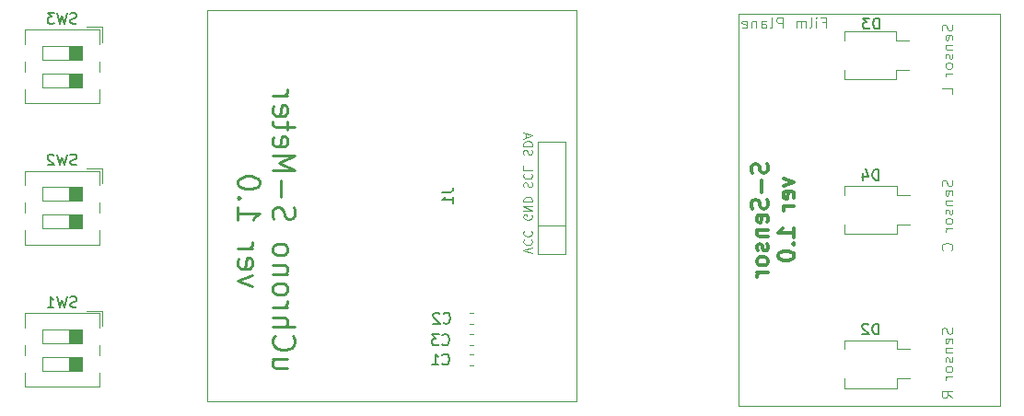
<source format=gbr>
%TF.GenerationSoftware,KiCad,Pcbnew,9.0.7*%
%TF.CreationDate,2026-01-06T11:15:33-08:00*%
%TF.ProjectId,v1.2,76312e32-2e6b-4696-9361-645f70636258,rev?*%
%TF.SameCoordinates,Original*%
%TF.FileFunction,Legend,Bot*%
%TF.FilePolarity,Positive*%
%FSLAX46Y46*%
G04 Gerber Fmt 4.6, Leading zero omitted, Abs format (unit mm)*
G04 Created by KiCad (PCBNEW 9.0.7) date 2026-01-06 11:15:33*
%MOMM*%
%LPD*%
G01*
G04 APERTURE LIST*
%ADD10C,0.100000*%
%ADD11C,0.300000*%
%ADD12C,0.250000*%
%ADD13C,0.150000*%
%ADD14C,0.120000*%
G04 APERTURE END LIST*
D10*
X131524800Y-110456265D02*
X131572419Y-110599122D01*
X131572419Y-110599122D02*
X131572419Y-110837217D01*
X131572419Y-110837217D02*
X131524800Y-110932455D01*
X131524800Y-110932455D02*
X131477180Y-110980074D01*
X131477180Y-110980074D02*
X131381942Y-111027693D01*
X131381942Y-111027693D02*
X131286704Y-111027693D01*
X131286704Y-111027693D02*
X131191466Y-110980074D01*
X131191466Y-110980074D02*
X131143847Y-110932455D01*
X131143847Y-110932455D02*
X131096228Y-110837217D01*
X131096228Y-110837217D02*
X131048609Y-110646741D01*
X131048609Y-110646741D02*
X131000990Y-110551503D01*
X131000990Y-110551503D02*
X130953371Y-110503884D01*
X130953371Y-110503884D02*
X130858133Y-110456265D01*
X130858133Y-110456265D02*
X130762895Y-110456265D01*
X130762895Y-110456265D02*
X130667657Y-110503884D01*
X130667657Y-110503884D02*
X130620038Y-110551503D01*
X130620038Y-110551503D02*
X130572419Y-110646741D01*
X130572419Y-110646741D02*
X130572419Y-110884836D01*
X130572419Y-110884836D02*
X130620038Y-111027693D01*
X131524800Y-111837217D02*
X131572419Y-111741979D01*
X131572419Y-111741979D02*
X131572419Y-111551503D01*
X131572419Y-111551503D02*
X131524800Y-111456265D01*
X131524800Y-111456265D02*
X131429561Y-111408646D01*
X131429561Y-111408646D02*
X131048609Y-111408646D01*
X131048609Y-111408646D02*
X130953371Y-111456265D01*
X130953371Y-111456265D02*
X130905752Y-111551503D01*
X130905752Y-111551503D02*
X130905752Y-111741979D01*
X130905752Y-111741979D02*
X130953371Y-111837217D01*
X130953371Y-111837217D02*
X131048609Y-111884836D01*
X131048609Y-111884836D02*
X131143847Y-111884836D01*
X131143847Y-111884836D02*
X131239085Y-111408646D01*
X130905752Y-112313408D02*
X131572419Y-112313408D01*
X131000990Y-112313408D02*
X130953371Y-112361027D01*
X130953371Y-112361027D02*
X130905752Y-112456265D01*
X130905752Y-112456265D02*
X130905752Y-112599122D01*
X130905752Y-112599122D02*
X130953371Y-112694360D01*
X130953371Y-112694360D02*
X131048609Y-112741979D01*
X131048609Y-112741979D02*
X131572419Y-112741979D01*
X131524800Y-113170551D02*
X131572419Y-113265789D01*
X131572419Y-113265789D02*
X131572419Y-113456265D01*
X131572419Y-113456265D02*
X131524800Y-113551503D01*
X131524800Y-113551503D02*
X131429561Y-113599122D01*
X131429561Y-113599122D02*
X131381942Y-113599122D01*
X131381942Y-113599122D02*
X131286704Y-113551503D01*
X131286704Y-113551503D02*
X131239085Y-113456265D01*
X131239085Y-113456265D02*
X131239085Y-113313408D01*
X131239085Y-113313408D02*
X131191466Y-113218170D01*
X131191466Y-113218170D02*
X131096228Y-113170551D01*
X131096228Y-113170551D02*
X131048609Y-113170551D01*
X131048609Y-113170551D02*
X130953371Y-113218170D01*
X130953371Y-113218170D02*
X130905752Y-113313408D01*
X130905752Y-113313408D02*
X130905752Y-113456265D01*
X130905752Y-113456265D02*
X130953371Y-113551503D01*
X131572419Y-114170551D02*
X131524800Y-114075313D01*
X131524800Y-114075313D02*
X131477180Y-114027694D01*
X131477180Y-114027694D02*
X131381942Y-113980075D01*
X131381942Y-113980075D02*
X131096228Y-113980075D01*
X131096228Y-113980075D02*
X131000990Y-114027694D01*
X131000990Y-114027694D02*
X130953371Y-114075313D01*
X130953371Y-114075313D02*
X130905752Y-114170551D01*
X130905752Y-114170551D02*
X130905752Y-114313408D01*
X130905752Y-114313408D02*
X130953371Y-114408646D01*
X130953371Y-114408646D02*
X131000990Y-114456265D01*
X131000990Y-114456265D02*
X131096228Y-114503884D01*
X131096228Y-114503884D02*
X131381942Y-114503884D01*
X131381942Y-114503884D02*
X131477180Y-114456265D01*
X131477180Y-114456265D02*
X131524800Y-114408646D01*
X131524800Y-114408646D02*
X131572419Y-114313408D01*
X131572419Y-114313408D02*
X131572419Y-114170551D01*
X131572419Y-114932456D02*
X130905752Y-114932456D01*
X131096228Y-114932456D02*
X131000990Y-114980075D01*
X131000990Y-114980075D02*
X130953371Y-115027694D01*
X130953371Y-115027694D02*
X130905752Y-115122932D01*
X130905752Y-115122932D02*
X130905752Y-115218170D01*
X131572419Y-116789599D02*
X131572419Y-116313409D01*
X131572419Y-116313409D02*
X130572419Y-116313409D01*
X131524800Y-138356265D02*
X131572419Y-138499122D01*
X131572419Y-138499122D02*
X131572419Y-138737217D01*
X131572419Y-138737217D02*
X131524800Y-138832455D01*
X131524800Y-138832455D02*
X131477180Y-138880074D01*
X131477180Y-138880074D02*
X131381942Y-138927693D01*
X131381942Y-138927693D02*
X131286704Y-138927693D01*
X131286704Y-138927693D02*
X131191466Y-138880074D01*
X131191466Y-138880074D02*
X131143847Y-138832455D01*
X131143847Y-138832455D02*
X131096228Y-138737217D01*
X131096228Y-138737217D02*
X131048609Y-138546741D01*
X131048609Y-138546741D02*
X131000990Y-138451503D01*
X131000990Y-138451503D02*
X130953371Y-138403884D01*
X130953371Y-138403884D02*
X130858133Y-138356265D01*
X130858133Y-138356265D02*
X130762895Y-138356265D01*
X130762895Y-138356265D02*
X130667657Y-138403884D01*
X130667657Y-138403884D02*
X130620038Y-138451503D01*
X130620038Y-138451503D02*
X130572419Y-138546741D01*
X130572419Y-138546741D02*
X130572419Y-138784836D01*
X130572419Y-138784836D02*
X130620038Y-138927693D01*
X131524800Y-139737217D02*
X131572419Y-139641979D01*
X131572419Y-139641979D02*
X131572419Y-139451503D01*
X131572419Y-139451503D02*
X131524800Y-139356265D01*
X131524800Y-139356265D02*
X131429561Y-139308646D01*
X131429561Y-139308646D02*
X131048609Y-139308646D01*
X131048609Y-139308646D02*
X130953371Y-139356265D01*
X130953371Y-139356265D02*
X130905752Y-139451503D01*
X130905752Y-139451503D02*
X130905752Y-139641979D01*
X130905752Y-139641979D02*
X130953371Y-139737217D01*
X130953371Y-139737217D02*
X131048609Y-139784836D01*
X131048609Y-139784836D02*
X131143847Y-139784836D01*
X131143847Y-139784836D02*
X131239085Y-139308646D01*
X130905752Y-140213408D02*
X131572419Y-140213408D01*
X131000990Y-140213408D02*
X130953371Y-140261027D01*
X130953371Y-140261027D02*
X130905752Y-140356265D01*
X130905752Y-140356265D02*
X130905752Y-140499122D01*
X130905752Y-140499122D02*
X130953371Y-140594360D01*
X130953371Y-140594360D02*
X131048609Y-140641979D01*
X131048609Y-140641979D02*
X131572419Y-140641979D01*
X131524800Y-141070551D02*
X131572419Y-141165789D01*
X131572419Y-141165789D02*
X131572419Y-141356265D01*
X131572419Y-141356265D02*
X131524800Y-141451503D01*
X131524800Y-141451503D02*
X131429561Y-141499122D01*
X131429561Y-141499122D02*
X131381942Y-141499122D01*
X131381942Y-141499122D02*
X131286704Y-141451503D01*
X131286704Y-141451503D02*
X131239085Y-141356265D01*
X131239085Y-141356265D02*
X131239085Y-141213408D01*
X131239085Y-141213408D02*
X131191466Y-141118170D01*
X131191466Y-141118170D02*
X131096228Y-141070551D01*
X131096228Y-141070551D02*
X131048609Y-141070551D01*
X131048609Y-141070551D02*
X130953371Y-141118170D01*
X130953371Y-141118170D02*
X130905752Y-141213408D01*
X130905752Y-141213408D02*
X130905752Y-141356265D01*
X130905752Y-141356265D02*
X130953371Y-141451503D01*
X131572419Y-142070551D02*
X131524800Y-141975313D01*
X131524800Y-141975313D02*
X131477180Y-141927694D01*
X131477180Y-141927694D02*
X131381942Y-141880075D01*
X131381942Y-141880075D02*
X131096228Y-141880075D01*
X131096228Y-141880075D02*
X131000990Y-141927694D01*
X131000990Y-141927694D02*
X130953371Y-141975313D01*
X130953371Y-141975313D02*
X130905752Y-142070551D01*
X130905752Y-142070551D02*
X130905752Y-142213408D01*
X130905752Y-142213408D02*
X130953371Y-142308646D01*
X130953371Y-142308646D02*
X131000990Y-142356265D01*
X131000990Y-142356265D02*
X131096228Y-142403884D01*
X131096228Y-142403884D02*
X131381942Y-142403884D01*
X131381942Y-142403884D02*
X131477180Y-142356265D01*
X131477180Y-142356265D02*
X131524800Y-142308646D01*
X131524800Y-142308646D02*
X131572419Y-142213408D01*
X131572419Y-142213408D02*
X131572419Y-142070551D01*
X131572419Y-142832456D02*
X130905752Y-142832456D01*
X131096228Y-142832456D02*
X131000990Y-142880075D01*
X131000990Y-142880075D02*
X130953371Y-142927694D01*
X130953371Y-142927694D02*
X130905752Y-143022932D01*
X130905752Y-143022932D02*
X130905752Y-143118170D01*
X131572419Y-144784837D02*
X131096228Y-144451504D01*
X131572419Y-144213409D02*
X130572419Y-144213409D01*
X130572419Y-144213409D02*
X130572419Y-144594361D01*
X130572419Y-144594361D02*
X130620038Y-144689599D01*
X130620038Y-144689599D02*
X130667657Y-144737218D01*
X130667657Y-144737218D02*
X130762895Y-144784837D01*
X130762895Y-144784837D02*
X130905752Y-144784837D01*
X130905752Y-144784837D02*
X131000990Y-144737218D01*
X131000990Y-144737218D02*
X131048609Y-144689599D01*
X131048609Y-144689599D02*
X131096228Y-144594361D01*
X131096228Y-144594361D02*
X131096228Y-144213409D01*
X131524800Y-124756265D02*
X131572419Y-124899122D01*
X131572419Y-124899122D02*
X131572419Y-125137217D01*
X131572419Y-125137217D02*
X131524800Y-125232455D01*
X131524800Y-125232455D02*
X131477180Y-125280074D01*
X131477180Y-125280074D02*
X131381942Y-125327693D01*
X131381942Y-125327693D02*
X131286704Y-125327693D01*
X131286704Y-125327693D02*
X131191466Y-125280074D01*
X131191466Y-125280074D02*
X131143847Y-125232455D01*
X131143847Y-125232455D02*
X131096228Y-125137217D01*
X131096228Y-125137217D02*
X131048609Y-124946741D01*
X131048609Y-124946741D02*
X131000990Y-124851503D01*
X131000990Y-124851503D02*
X130953371Y-124803884D01*
X130953371Y-124803884D02*
X130858133Y-124756265D01*
X130858133Y-124756265D02*
X130762895Y-124756265D01*
X130762895Y-124756265D02*
X130667657Y-124803884D01*
X130667657Y-124803884D02*
X130620038Y-124851503D01*
X130620038Y-124851503D02*
X130572419Y-124946741D01*
X130572419Y-124946741D02*
X130572419Y-125184836D01*
X130572419Y-125184836D02*
X130620038Y-125327693D01*
X131524800Y-126137217D02*
X131572419Y-126041979D01*
X131572419Y-126041979D02*
X131572419Y-125851503D01*
X131572419Y-125851503D02*
X131524800Y-125756265D01*
X131524800Y-125756265D02*
X131429561Y-125708646D01*
X131429561Y-125708646D02*
X131048609Y-125708646D01*
X131048609Y-125708646D02*
X130953371Y-125756265D01*
X130953371Y-125756265D02*
X130905752Y-125851503D01*
X130905752Y-125851503D02*
X130905752Y-126041979D01*
X130905752Y-126041979D02*
X130953371Y-126137217D01*
X130953371Y-126137217D02*
X131048609Y-126184836D01*
X131048609Y-126184836D02*
X131143847Y-126184836D01*
X131143847Y-126184836D02*
X131239085Y-125708646D01*
X130905752Y-126613408D02*
X131572419Y-126613408D01*
X131000990Y-126613408D02*
X130953371Y-126661027D01*
X130953371Y-126661027D02*
X130905752Y-126756265D01*
X130905752Y-126756265D02*
X130905752Y-126899122D01*
X130905752Y-126899122D02*
X130953371Y-126994360D01*
X130953371Y-126994360D02*
X131048609Y-127041979D01*
X131048609Y-127041979D02*
X131572419Y-127041979D01*
X131524800Y-127470551D02*
X131572419Y-127565789D01*
X131572419Y-127565789D02*
X131572419Y-127756265D01*
X131572419Y-127756265D02*
X131524800Y-127851503D01*
X131524800Y-127851503D02*
X131429561Y-127899122D01*
X131429561Y-127899122D02*
X131381942Y-127899122D01*
X131381942Y-127899122D02*
X131286704Y-127851503D01*
X131286704Y-127851503D02*
X131239085Y-127756265D01*
X131239085Y-127756265D02*
X131239085Y-127613408D01*
X131239085Y-127613408D02*
X131191466Y-127518170D01*
X131191466Y-127518170D02*
X131096228Y-127470551D01*
X131096228Y-127470551D02*
X131048609Y-127470551D01*
X131048609Y-127470551D02*
X130953371Y-127518170D01*
X130953371Y-127518170D02*
X130905752Y-127613408D01*
X130905752Y-127613408D02*
X130905752Y-127756265D01*
X130905752Y-127756265D02*
X130953371Y-127851503D01*
X131572419Y-128470551D02*
X131524800Y-128375313D01*
X131524800Y-128375313D02*
X131477180Y-128327694D01*
X131477180Y-128327694D02*
X131381942Y-128280075D01*
X131381942Y-128280075D02*
X131096228Y-128280075D01*
X131096228Y-128280075D02*
X131000990Y-128327694D01*
X131000990Y-128327694D02*
X130953371Y-128375313D01*
X130953371Y-128375313D02*
X130905752Y-128470551D01*
X130905752Y-128470551D02*
X130905752Y-128613408D01*
X130905752Y-128613408D02*
X130953371Y-128708646D01*
X130953371Y-128708646D02*
X131000990Y-128756265D01*
X131000990Y-128756265D02*
X131096228Y-128803884D01*
X131096228Y-128803884D02*
X131381942Y-128803884D01*
X131381942Y-128803884D02*
X131477180Y-128756265D01*
X131477180Y-128756265D02*
X131524800Y-128708646D01*
X131524800Y-128708646D02*
X131572419Y-128613408D01*
X131572419Y-128613408D02*
X131572419Y-128470551D01*
X131572419Y-129232456D02*
X130905752Y-129232456D01*
X131096228Y-129232456D02*
X131000990Y-129280075D01*
X131000990Y-129280075D02*
X130953371Y-129327694D01*
X130953371Y-129327694D02*
X130905752Y-129422932D01*
X130905752Y-129422932D02*
X130905752Y-129518170D01*
X131477180Y-131184837D02*
X131524800Y-131137218D01*
X131524800Y-131137218D02*
X131572419Y-130994361D01*
X131572419Y-130994361D02*
X131572419Y-130899123D01*
X131572419Y-130899123D02*
X131524800Y-130756266D01*
X131524800Y-130756266D02*
X131429561Y-130661028D01*
X131429561Y-130661028D02*
X131334323Y-130613409D01*
X131334323Y-130613409D02*
X131143847Y-130565790D01*
X131143847Y-130565790D02*
X131000990Y-130565790D01*
X131000990Y-130565790D02*
X130810514Y-130613409D01*
X130810514Y-130613409D02*
X130715276Y-130661028D01*
X130715276Y-130661028D02*
X130620038Y-130756266D01*
X130620038Y-130756266D02*
X130572419Y-130899123D01*
X130572419Y-130899123D02*
X130572419Y-130994361D01*
X130572419Y-130994361D02*
X130620038Y-131137218D01*
X130620038Y-131137218D02*
X130667657Y-131184837D01*
X119562782Y-110248609D02*
X119896115Y-110248609D01*
X119896115Y-110772419D02*
X119896115Y-109772419D01*
X119896115Y-109772419D02*
X119419925Y-109772419D01*
X119038972Y-110772419D02*
X119038972Y-110105752D01*
X119038972Y-109772419D02*
X119086591Y-109820038D01*
X119086591Y-109820038D02*
X119038972Y-109867657D01*
X119038972Y-109867657D02*
X118991353Y-109820038D01*
X118991353Y-109820038D02*
X119038972Y-109772419D01*
X119038972Y-109772419D02*
X119038972Y-109867657D01*
X118419925Y-110772419D02*
X118515163Y-110724800D01*
X118515163Y-110724800D02*
X118562782Y-110629561D01*
X118562782Y-110629561D02*
X118562782Y-109772419D01*
X118038972Y-110772419D02*
X118038972Y-110105752D01*
X118038972Y-110200990D02*
X117991353Y-110153371D01*
X117991353Y-110153371D02*
X117896115Y-110105752D01*
X117896115Y-110105752D02*
X117753258Y-110105752D01*
X117753258Y-110105752D02*
X117658020Y-110153371D01*
X117658020Y-110153371D02*
X117610401Y-110248609D01*
X117610401Y-110248609D02*
X117610401Y-110772419D01*
X117610401Y-110248609D02*
X117562782Y-110153371D01*
X117562782Y-110153371D02*
X117467544Y-110105752D01*
X117467544Y-110105752D02*
X117324687Y-110105752D01*
X117324687Y-110105752D02*
X117229448Y-110153371D01*
X117229448Y-110153371D02*
X117181829Y-110248609D01*
X117181829Y-110248609D02*
X117181829Y-110772419D01*
X115943734Y-110772419D02*
X115943734Y-109772419D01*
X115943734Y-109772419D02*
X115562782Y-109772419D01*
X115562782Y-109772419D02*
X115467544Y-109820038D01*
X115467544Y-109820038D02*
X115419925Y-109867657D01*
X115419925Y-109867657D02*
X115372306Y-109962895D01*
X115372306Y-109962895D02*
X115372306Y-110105752D01*
X115372306Y-110105752D02*
X115419925Y-110200990D01*
X115419925Y-110200990D02*
X115467544Y-110248609D01*
X115467544Y-110248609D02*
X115562782Y-110296228D01*
X115562782Y-110296228D02*
X115943734Y-110296228D01*
X114800877Y-110772419D02*
X114896115Y-110724800D01*
X114896115Y-110724800D02*
X114943734Y-110629561D01*
X114943734Y-110629561D02*
X114943734Y-109772419D01*
X113991353Y-110772419D02*
X113991353Y-110248609D01*
X113991353Y-110248609D02*
X114038972Y-110153371D01*
X114038972Y-110153371D02*
X114134210Y-110105752D01*
X114134210Y-110105752D02*
X114324686Y-110105752D01*
X114324686Y-110105752D02*
X114419924Y-110153371D01*
X113991353Y-110724800D02*
X114086591Y-110772419D01*
X114086591Y-110772419D02*
X114324686Y-110772419D01*
X114324686Y-110772419D02*
X114419924Y-110724800D01*
X114419924Y-110724800D02*
X114467543Y-110629561D01*
X114467543Y-110629561D02*
X114467543Y-110534323D01*
X114467543Y-110534323D02*
X114419924Y-110439085D01*
X114419924Y-110439085D02*
X114324686Y-110391466D01*
X114324686Y-110391466D02*
X114086591Y-110391466D01*
X114086591Y-110391466D02*
X113991353Y-110343847D01*
X113515162Y-110105752D02*
X113515162Y-110772419D01*
X113515162Y-110200990D02*
X113467543Y-110153371D01*
X113467543Y-110153371D02*
X113372305Y-110105752D01*
X113372305Y-110105752D02*
X113229448Y-110105752D01*
X113229448Y-110105752D02*
X113134210Y-110153371D01*
X113134210Y-110153371D02*
X113086591Y-110248609D01*
X113086591Y-110248609D02*
X113086591Y-110772419D01*
X112229448Y-110724800D02*
X112324686Y-110772419D01*
X112324686Y-110772419D02*
X112515162Y-110772419D01*
X112515162Y-110772419D02*
X112610400Y-110724800D01*
X112610400Y-110724800D02*
X112658019Y-110629561D01*
X112658019Y-110629561D02*
X112658019Y-110248609D01*
X112658019Y-110248609D02*
X112610400Y-110153371D01*
X112610400Y-110153371D02*
X112515162Y-110105752D01*
X112515162Y-110105752D02*
X112324686Y-110105752D01*
X112324686Y-110105752D02*
X112229448Y-110153371D01*
X112229448Y-110153371D02*
X112181829Y-110248609D01*
X112181829Y-110248609D02*
X112181829Y-110343847D01*
X112181829Y-110343847D02*
X112658019Y-110439085D01*
D11*
X114514484Y-123257143D02*
X114585912Y-123471429D01*
X114585912Y-123471429D02*
X114585912Y-123828571D01*
X114585912Y-123828571D02*
X114514484Y-123971429D01*
X114514484Y-123971429D02*
X114443055Y-124042857D01*
X114443055Y-124042857D02*
X114300198Y-124114286D01*
X114300198Y-124114286D02*
X114157341Y-124114286D01*
X114157341Y-124114286D02*
X114014484Y-124042857D01*
X114014484Y-124042857D02*
X113943055Y-123971429D01*
X113943055Y-123971429D02*
X113871626Y-123828571D01*
X113871626Y-123828571D02*
X113800198Y-123542857D01*
X113800198Y-123542857D02*
X113728769Y-123400000D01*
X113728769Y-123400000D02*
X113657341Y-123328571D01*
X113657341Y-123328571D02*
X113514484Y-123257143D01*
X113514484Y-123257143D02*
X113371626Y-123257143D01*
X113371626Y-123257143D02*
X113228769Y-123328571D01*
X113228769Y-123328571D02*
X113157341Y-123400000D01*
X113157341Y-123400000D02*
X113085912Y-123542857D01*
X113085912Y-123542857D02*
X113085912Y-123900000D01*
X113085912Y-123900000D02*
X113157341Y-124114286D01*
X114014484Y-124757142D02*
X114014484Y-125900000D01*
X114514484Y-126542857D02*
X114585912Y-126757143D01*
X114585912Y-126757143D02*
X114585912Y-127114285D01*
X114585912Y-127114285D02*
X114514484Y-127257143D01*
X114514484Y-127257143D02*
X114443055Y-127328571D01*
X114443055Y-127328571D02*
X114300198Y-127400000D01*
X114300198Y-127400000D02*
X114157341Y-127400000D01*
X114157341Y-127400000D02*
X114014484Y-127328571D01*
X114014484Y-127328571D02*
X113943055Y-127257143D01*
X113943055Y-127257143D02*
X113871626Y-127114285D01*
X113871626Y-127114285D02*
X113800198Y-126828571D01*
X113800198Y-126828571D02*
X113728769Y-126685714D01*
X113728769Y-126685714D02*
X113657341Y-126614285D01*
X113657341Y-126614285D02*
X113514484Y-126542857D01*
X113514484Y-126542857D02*
X113371626Y-126542857D01*
X113371626Y-126542857D02*
X113228769Y-126614285D01*
X113228769Y-126614285D02*
X113157341Y-126685714D01*
X113157341Y-126685714D02*
X113085912Y-126828571D01*
X113085912Y-126828571D02*
X113085912Y-127185714D01*
X113085912Y-127185714D02*
X113157341Y-127400000D01*
X114514484Y-128614285D02*
X114585912Y-128471428D01*
X114585912Y-128471428D02*
X114585912Y-128185714D01*
X114585912Y-128185714D02*
X114514484Y-128042856D01*
X114514484Y-128042856D02*
X114371626Y-127971428D01*
X114371626Y-127971428D02*
X113800198Y-127971428D01*
X113800198Y-127971428D02*
X113657341Y-128042856D01*
X113657341Y-128042856D02*
X113585912Y-128185714D01*
X113585912Y-128185714D02*
X113585912Y-128471428D01*
X113585912Y-128471428D02*
X113657341Y-128614285D01*
X113657341Y-128614285D02*
X113800198Y-128685714D01*
X113800198Y-128685714D02*
X113943055Y-128685714D01*
X113943055Y-128685714D02*
X114085912Y-127971428D01*
X113585912Y-129328570D02*
X114585912Y-129328570D01*
X113728769Y-129328570D02*
X113657341Y-129399999D01*
X113657341Y-129399999D02*
X113585912Y-129542856D01*
X113585912Y-129542856D02*
X113585912Y-129757142D01*
X113585912Y-129757142D02*
X113657341Y-129899999D01*
X113657341Y-129899999D02*
X113800198Y-129971428D01*
X113800198Y-129971428D02*
X114585912Y-129971428D01*
X114514484Y-130614285D02*
X114585912Y-130757142D01*
X114585912Y-130757142D02*
X114585912Y-131042856D01*
X114585912Y-131042856D02*
X114514484Y-131185713D01*
X114514484Y-131185713D02*
X114371626Y-131257142D01*
X114371626Y-131257142D02*
X114300198Y-131257142D01*
X114300198Y-131257142D02*
X114157341Y-131185713D01*
X114157341Y-131185713D02*
X114085912Y-131042856D01*
X114085912Y-131042856D02*
X114085912Y-130828571D01*
X114085912Y-130828571D02*
X114014484Y-130685713D01*
X114014484Y-130685713D02*
X113871626Y-130614285D01*
X113871626Y-130614285D02*
X113800198Y-130614285D01*
X113800198Y-130614285D02*
X113657341Y-130685713D01*
X113657341Y-130685713D02*
X113585912Y-130828571D01*
X113585912Y-130828571D02*
X113585912Y-131042856D01*
X113585912Y-131042856D02*
X113657341Y-131185713D01*
X114585912Y-132114285D02*
X114514484Y-131971428D01*
X114514484Y-131971428D02*
X114443055Y-131899999D01*
X114443055Y-131899999D02*
X114300198Y-131828571D01*
X114300198Y-131828571D02*
X113871626Y-131828571D01*
X113871626Y-131828571D02*
X113728769Y-131899999D01*
X113728769Y-131899999D02*
X113657341Y-131971428D01*
X113657341Y-131971428D02*
X113585912Y-132114285D01*
X113585912Y-132114285D02*
X113585912Y-132328571D01*
X113585912Y-132328571D02*
X113657341Y-132471428D01*
X113657341Y-132471428D02*
X113728769Y-132542857D01*
X113728769Y-132542857D02*
X113871626Y-132614285D01*
X113871626Y-132614285D02*
X114300198Y-132614285D01*
X114300198Y-132614285D02*
X114443055Y-132542857D01*
X114443055Y-132542857D02*
X114514484Y-132471428D01*
X114514484Y-132471428D02*
X114585912Y-132328571D01*
X114585912Y-132328571D02*
X114585912Y-132114285D01*
X114585912Y-133257142D02*
X113585912Y-133257142D01*
X113871626Y-133257142D02*
X113728769Y-133328571D01*
X113728769Y-133328571D02*
X113657341Y-133400000D01*
X113657341Y-133400000D02*
X113585912Y-133542857D01*
X113585912Y-133542857D02*
X113585912Y-133685714D01*
X116000828Y-124578572D02*
X117000828Y-124935715D01*
X117000828Y-124935715D02*
X116000828Y-125292858D01*
X116929400Y-126435715D02*
X117000828Y-126292858D01*
X117000828Y-126292858D02*
X117000828Y-126007144D01*
X117000828Y-126007144D02*
X116929400Y-125864286D01*
X116929400Y-125864286D02*
X116786542Y-125792858D01*
X116786542Y-125792858D02*
X116215114Y-125792858D01*
X116215114Y-125792858D02*
X116072257Y-125864286D01*
X116072257Y-125864286D02*
X116000828Y-126007144D01*
X116000828Y-126007144D02*
X116000828Y-126292858D01*
X116000828Y-126292858D02*
X116072257Y-126435715D01*
X116072257Y-126435715D02*
X116215114Y-126507144D01*
X116215114Y-126507144D02*
X116357971Y-126507144D01*
X116357971Y-126507144D02*
X116500828Y-125792858D01*
X117000828Y-127150000D02*
X116000828Y-127150000D01*
X116286542Y-127150000D02*
X116143685Y-127221429D01*
X116143685Y-127221429D02*
X116072257Y-127292858D01*
X116072257Y-127292858D02*
X116000828Y-127435715D01*
X116000828Y-127435715D02*
X116000828Y-127578572D01*
X117000828Y-130007143D02*
X117000828Y-129150000D01*
X117000828Y-129578571D02*
X115500828Y-129578571D01*
X115500828Y-129578571D02*
X115715114Y-129435714D01*
X115715114Y-129435714D02*
X115857971Y-129292857D01*
X115857971Y-129292857D02*
X115929400Y-129150000D01*
X116857971Y-130649999D02*
X116929400Y-130721428D01*
X116929400Y-130721428D02*
X117000828Y-130649999D01*
X117000828Y-130649999D02*
X116929400Y-130578571D01*
X116929400Y-130578571D02*
X116857971Y-130649999D01*
X116857971Y-130649999D02*
X117000828Y-130649999D01*
X115500828Y-131650000D02*
X115500828Y-131792857D01*
X115500828Y-131792857D02*
X115572257Y-131935714D01*
X115572257Y-131935714D02*
X115643685Y-132007143D01*
X115643685Y-132007143D02*
X115786542Y-132078571D01*
X115786542Y-132078571D02*
X116072257Y-132150000D01*
X116072257Y-132150000D02*
X116429400Y-132150000D01*
X116429400Y-132150000D02*
X116715114Y-132078571D01*
X116715114Y-132078571D02*
X116857971Y-132007143D01*
X116857971Y-132007143D02*
X116929400Y-131935714D01*
X116929400Y-131935714D02*
X117000828Y-131792857D01*
X117000828Y-131792857D02*
X117000828Y-131650000D01*
X117000828Y-131650000D02*
X116929400Y-131507143D01*
X116929400Y-131507143D02*
X116857971Y-131435714D01*
X116857971Y-131435714D02*
X116715114Y-131364285D01*
X116715114Y-131364285D02*
X116429400Y-131292857D01*
X116429400Y-131292857D02*
X116072257Y-131292857D01*
X116072257Y-131292857D02*
X115786542Y-131364285D01*
X115786542Y-131364285D02*
X115643685Y-131435714D01*
X115643685Y-131435714D02*
X115572257Y-131507143D01*
X115572257Y-131507143D02*
X115500828Y-131650000D01*
D12*
X70410983Y-141209523D02*
X69077649Y-141209523D01*
X70410983Y-142066666D02*
X69363364Y-142066666D01*
X69363364Y-142066666D02*
X69172888Y-141971428D01*
X69172888Y-141971428D02*
X69077649Y-141780952D01*
X69077649Y-141780952D02*
X69077649Y-141495237D01*
X69077649Y-141495237D02*
X69172888Y-141304761D01*
X69172888Y-141304761D02*
X69268126Y-141209523D01*
X69268126Y-139114285D02*
X69172888Y-139209523D01*
X69172888Y-139209523D02*
X69077649Y-139495237D01*
X69077649Y-139495237D02*
X69077649Y-139685713D01*
X69077649Y-139685713D02*
X69172888Y-139971428D01*
X69172888Y-139971428D02*
X69363364Y-140161904D01*
X69363364Y-140161904D02*
X69553840Y-140257142D01*
X69553840Y-140257142D02*
X69934792Y-140352380D01*
X69934792Y-140352380D02*
X70220507Y-140352380D01*
X70220507Y-140352380D02*
X70601459Y-140257142D01*
X70601459Y-140257142D02*
X70791935Y-140161904D01*
X70791935Y-140161904D02*
X70982411Y-139971428D01*
X70982411Y-139971428D02*
X71077649Y-139685713D01*
X71077649Y-139685713D02*
X71077649Y-139495237D01*
X71077649Y-139495237D02*
X70982411Y-139209523D01*
X70982411Y-139209523D02*
X70887173Y-139114285D01*
X69077649Y-138257142D02*
X71077649Y-138257142D01*
X69077649Y-137399999D02*
X70125268Y-137399999D01*
X70125268Y-137399999D02*
X70315745Y-137495237D01*
X70315745Y-137495237D02*
X70410983Y-137685713D01*
X70410983Y-137685713D02*
X70410983Y-137971428D01*
X70410983Y-137971428D02*
X70315745Y-138161904D01*
X70315745Y-138161904D02*
X70220507Y-138257142D01*
X69077649Y-136447618D02*
X70410983Y-136447618D01*
X70030030Y-136447618D02*
X70220507Y-136352380D01*
X70220507Y-136352380D02*
X70315745Y-136257142D01*
X70315745Y-136257142D02*
X70410983Y-136066666D01*
X70410983Y-136066666D02*
X70410983Y-135876189D01*
X69077649Y-134923809D02*
X69172888Y-135114285D01*
X69172888Y-135114285D02*
X69268126Y-135209523D01*
X69268126Y-135209523D02*
X69458602Y-135304761D01*
X69458602Y-135304761D02*
X70030030Y-135304761D01*
X70030030Y-135304761D02*
X70220507Y-135209523D01*
X70220507Y-135209523D02*
X70315745Y-135114285D01*
X70315745Y-135114285D02*
X70410983Y-134923809D01*
X70410983Y-134923809D02*
X70410983Y-134638094D01*
X70410983Y-134638094D02*
X70315745Y-134447618D01*
X70315745Y-134447618D02*
X70220507Y-134352380D01*
X70220507Y-134352380D02*
X70030030Y-134257142D01*
X70030030Y-134257142D02*
X69458602Y-134257142D01*
X69458602Y-134257142D02*
X69268126Y-134352380D01*
X69268126Y-134352380D02*
X69172888Y-134447618D01*
X69172888Y-134447618D02*
X69077649Y-134638094D01*
X69077649Y-134638094D02*
X69077649Y-134923809D01*
X70410983Y-133399999D02*
X69077649Y-133399999D01*
X70220507Y-133399999D02*
X70315745Y-133304761D01*
X70315745Y-133304761D02*
X70410983Y-133114285D01*
X70410983Y-133114285D02*
X70410983Y-132828570D01*
X70410983Y-132828570D02*
X70315745Y-132638094D01*
X70315745Y-132638094D02*
X70125268Y-132542856D01*
X70125268Y-132542856D02*
X69077649Y-132542856D01*
X69077649Y-131304761D02*
X69172888Y-131495237D01*
X69172888Y-131495237D02*
X69268126Y-131590475D01*
X69268126Y-131590475D02*
X69458602Y-131685713D01*
X69458602Y-131685713D02*
X70030030Y-131685713D01*
X70030030Y-131685713D02*
X70220507Y-131590475D01*
X70220507Y-131590475D02*
X70315745Y-131495237D01*
X70315745Y-131495237D02*
X70410983Y-131304761D01*
X70410983Y-131304761D02*
X70410983Y-131019046D01*
X70410983Y-131019046D02*
X70315745Y-130828570D01*
X70315745Y-130828570D02*
X70220507Y-130733332D01*
X70220507Y-130733332D02*
X70030030Y-130638094D01*
X70030030Y-130638094D02*
X69458602Y-130638094D01*
X69458602Y-130638094D02*
X69268126Y-130733332D01*
X69268126Y-130733332D02*
X69172888Y-130828570D01*
X69172888Y-130828570D02*
X69077649Y-131019046D01*
X69077649Y-131019046D02*
X69077649Y-131304761D01*
X69172888Y-128352379D02*
X69077649Y-128066665D01*
X69077649Y-128066665D02*
X69077649Y-127590474D01*
X69077649Y-127590474D02*
X69172888Y-127399998D01*
X69172888Y-127399998D02*
X69268126Y-127304760D01*
X69268126Y-127304760D02*
X69458602Y-127209522D01*
X69458602Y-127209522D02*
X69649078Y-127209522D01*
X69649078Y-127209522D02*
X69839554Y-127304760D01*
X69839554Y-127304760D02*
X69934792Y-127399998D01*
X69934792Y-127399998D02*
X70030030Y-127590474D01*
X70030030Y-127590474D02*
X70125268Y-127971427D01*
X70125268Y-127971427D02*
X70220507Y-128161903D01*
X70220507Y-128161903D02*
X70315745Y-128257141D01*
X70315745Y-128257141D02*
X70506221Y-128352379D01*
X70506221Y-128352379D02*
X70696697Y-128352379D01*
X70696697Y-128352379D02*
X70887173Y-128257141D01*
X70887173Y-128257141D02*
X70982411Y-128161903D01*
X70982411Y-128161903D02*
X71077649Y-127971427D01*
X71077649Y-127971427D02*
X71077649Y-127495236D01*
X71077649Y-127495236D02*
X70982411Y-127209522D01*
X69839554Y-126352379D02*
X69839554Y-124828570D01*
X69077649Y-123876189D02*
X71077649Y-123876189D01*
X71077649Y-123876189D02*
X69649078Y-123209522D01*
X69649078Y-123209522D02*
X71077649Y-122542856D01*
X71077649Y-122542856D02*
X69077649Y-122542856D01*
X69172888Y-120828570D02*
X69077649Y-121019046D01*
X69077649Y-121019046D02*
X69077649Y-121399999D01*
X69077649Y-121399999D02*
X69172888Y-121590475D01*
X69172888Y-121590475D02*
X69363364Y-121685713D01*
X69363364Y-121685713D02*
X70125268Y-121685713D01*
X70125268Y-121685713D02*
X70315745Y-121590475D01*
X70315745Y-121590475D02*
X70410983Y-121399999D01*
X70410983Y-121399999D02*
X70410983Y-121019046D01*
X70410983Y-121019046D02*
X70315745Y-120828570D01*
X70315745Y-120828570D02*
X70125268Y-120733332D01*
X70125268Y-120733332D02*
X69934792Y-120733332D01*
X69934792Y-120733332D02*
X69744316Y-121685713D01*
X70410983Y-120161903D02*
X70410983Y-119399999D01*
X71077649Y-119876189D02*
X69363364Y-119876189D01*
X69363364Y-119876189D02*
X69172888Y-119780951D01*
X69172888Y-119780951D02*
X69077649Y-119590475D01*
X69077649Y-119590475D02*
X69077649Y-119399999D01*
X69172888Y-117971427D02*
X69077649Y-118161903D01*
X69077649Y-118161903D02*
X69077649Y-118542856D01*
X69077649Y-118542856D02*
X69172888Y-118733332D01*
X69172888Y-118733332D02*
X69363364Y-118828570D01*
X69363364Y-118828570D02*
X70125268Y-118828570D01*
X70125268Y-118828570D02*
X70315745Y-118733332D01*
X70315745Y-118733332D02*
X70410983Y-118542856D01*
X70410983Y-118542856D02*
X70410983Y-118161903D01*
X70410983Y-118161903D02*
X70315745Y-117971427D01*
X70315745Y-117971427D02*
X70125268Y-117876189D01*
X70125268Y-117876189D02*
X69934792Y-117876189D01*
X69934792Y-117876189D02*
X69744316Y-118828570D01*
X69077649Y-117019046D02*
X70410983Y-117019046D01*
X70030030Y-117019046D02*
X70220507Y-116923808D01*
X70220507Y-116923808D02*
X70315745Y-116828570D01*
X70315745Y-116828570D02*
X70410983Y-116638094D01*
X70410983Y-116638094D02*
X70410983Y-116447617D01*
X67191095Y-134495238D02*
X65857761Y-134019048D01*
X65857761Y-134019048D02*
X67191095Y-133542857D01*
X65953000Y-132019047D02*
X65857761Y-132209523D01*
X65857761Y-132209523D02*
X65857761Y-132590476D01*
X65857761Y-132590476D02*
X65953000Y-132780952D01*
X65953000Y-132780952D02*
X66143476Y-132876190D01*
X66143476Y-132876190D02*
X66905380Y-132876190D01*
X66905380Y-132876190D02*
X67095857Y-132780952D01*
X67095857Y-132780952D02*
X67191095Y-132590476D01*
X67191095Y-132590476D02*
X67191095Y-132209523D01*
X67191095Y-132209523D02*
X67095857Y-132019047D01*
X67095857Y-132019047D02*
X66905380Y-131923809D01*
X66905380Y-131923809D02*
X66714904Y-131923809D01*
X66714904Y-131923809D02*
X66524428Y-132876190D01*
X65857761Y-131066666D02*
X67191095Y-131066666D01*
X66810142Y-131066666D02*
X67000619Y-130971428D01*
X67000619Y-130971428D02*
X67095857Y-130876190D01*
X67095857Y-130876190D02*
X67191095Y-130685714D01*
X67191095Y-130685714D02*
X67191095Y-130495237D01*
X65857761Y-127257142D02*
X65857761Y-128399999D01*
X65857761Y-127828571D02*
X67857761Y-127828571D01*
X67857761Y-127828571D02*
X67572047Y-128019047D01*
X67572047Y-128019047D02*
X67381571Y-128209523D01*
X67381571Y-128209523D02*
X67286333Y-128399999D01*
X66048238Y-126399999D02*
X65953000Y-126304761D01*
X65953000Y-126304761D02*
X65857761Y-126399999D01*
X65857761Y-126399999D02*
X65953000Y-126495237D01*
X65953000Y-126495237D02*
X66048238Y-126399999D01*
X66048238Y-126399999D02*
X65857761Y-126399999D01*
X67857761Y-125066666D02*
X67857761Y-124876189D01*
X67857761Y-124876189D02*
X67762523Y-124685713D01*
X67762523Y-124685713D02*
X67667285Y-124590475D01*
X67667285Y-124590475D02*
X67476809Y-124495237D01*
X67476809Y-124495237D02*
X67095857Y-124399999D01*
X67095857Y-124399999D02*
X66619666Y-124399999D01*
X66619666Y-124399999D02*
X66238714Y-124495237D01*
X66238714Y-124495237D02*
X66048238Y-124590475D01*
X66048238Y-124590475D02*
X65953000Y-124685713D01*
X65953000Y-124685713D02*
X65857761Y-124876189D01*
X65857761Y-124876189D02*
X65857761Y-125066666D01*
X65857761Y-125066666D02*
X65953000Y-125257142D01*
X65953000Y-125257142D02*
X66048238Y-125352380D01*
X66048238Y-125352380D02*
X66238714Y-125447618D01*
X66238714Y-125447618D02*
X66619666Y-125542856D01*
X66619666Y-125542856D02*
X67095857Y-125542856D01*
X67095857Y-125542856D02*
X67476809Y-125447618D01*
X67476809Y-125447618D02*
X67667285Y-125352380D01*
X67667285Y-125352380D02*
X67762523Y-125257142D01*
X67762523Y-125257142D02*
X67857761Y-125066666D01*
D10*
X111900000Y-109500000D02*
X135900000Y-109500000D01*
X135900000Y-145500000D01*
X111900000Y-145500000D01*
X111900000Y-109500000D01*
D13*
X124778094Y-138954819D02*
X124778094Y-137954819D01*
X124778094Y-137954819D02*
X124539999Y-137954819D01*
X124539999Y-137954819D02*
X124397142Y-138002438D01*
X124397142Y-138002438D02*
X124301904Y-138097676D01*
X124301904Y-138097676D02*
X124254285Y-138192914D01*
X124254285Y-138192914D02*
X124206666Y-138383390D01*
X124206666Y-138383390D02*
X124206666Y-138526247D01*
X124206666Y-138526247D02*
X124254285Y-138716723D01*
X124254285Y-138716723D02*
X124301904Y-138811961D01*
X124301904Y-138811961D02*
X124397142Y-138907200D01*
X124397142Y-138907200D02*
X124539999Y-138954819D01*
X124539999Y-138954819D02*
X124778094Y-138954819D01*
X123825713Y-138050057D02*
X123778094Y-138002438D01*
X123778094Y-138002438D02*
X123682856Y-137954819D01*
X123682856Y-137954819D02*
X123444761Y-137954819D01*
X123444761Y-137954819D02*
X123349523Y-138002438D01*
X123349523Y-138002438D02*
X123301904Y-138050057D01*
X123301904Y-138050057D02*
X123254285Y-138145295D01*
X123254285Y-138145295D02*
X123254285Y-138240533D01*
X123254285Y-138240533D02*
X123301904Y-138383390D01*
X123301904Y-138383390D02*
X123873332Y-138954819D01*
X123873332Y-138954819D02*
X123254285Y-138954819D01*
X124838094Y-110854819D02*
X124838094Y-109854819D01*
X124838094Y-109854819D02*
X124599999Y-109854819D01*
X124599999Y-109854819D02*
X124457142Y-109902438D01*
X124457142Y-109902438D02*
X124361904Y-109997676D01*
X124361904Y-109997676D02*
X124314285Y-110092914D01*
X124314285Y-110092914D02*
X124266666Y-110283390D01*
X124266666Y-110283390D02*
X124266666Y-110426247D01*
X124266666Y-110426247D02*
X124314285Y-110616723D01*
X124314285Y-110616723D02*
X124361904Y-110711961D01*
X124361904Y-110711961D02*
X124457142Y-110807200D01*
X124457142Y-110807200D02*
X124599999Y-110854819D01*
X124599999Y-110854819D02*
X124838094Y-110854819D01*
X123933332Y-109854819D02*
X123314285Y-109854819D01*
X123314285Y-109854819D02*
X123647618Y-110235771D01*
X123647618Y-110235771D02*
X123504761Y-110235771D01*
X123504761Y-110235771D02*
X123409523Y-110283390D01*
X123409523Y-110283390D02*
X123361904Y-110331009D01*
X123361904Y-110331009D02*
X123314285Y-110426247D01*
X123314285Y-110426247D02*
X123314285Y-110664342D01*
X123314285Y-110664342D02*
X123361904Y-110759580D01*
X123361904Y-110759580D02*
X123409523Y-110807200D01*
X123409523Y-110807200D02*
X123504761Y-110854819D01*
X123504761Y-110854819D02*
X123790475Y-110854819D01*
X123790475Y-110854819D02*
X123885713Y-110807200D01*
X123885713Y-110807200D02*
X123933332Y-110759580D01*
X124778094Y-124754819D02*
X124778094Y-123754819D01*
X124778094Y-123754819D02*
X124539999Y-123754819D01*
X124539999Y-123754819D02*
X124397142Y-123802438D01*
X124397142Y-123802438D02*
X124301904Y-123897676D01*
X124301904Y-123897676D02*
X124254285Y-123992914D01*
X124254285Y-123992914D02*
X124206666Y-124183390D01*
X124206666Y-124183390D02*
X124206666Y-124326247D01*
X124206666Y-124326247D02*
X124254285Y-124516723D01*
X124254285Y-124516723D02*
X124301904Y-124611961D01*
X124301904Y-124611961D02*
X124397142Y-124707200D01*
X124397142Y-124707200D02*
X124539999Y-124754819D01*
X124539999Y-124754819D02*
X124778094Y-124754819D01*
X123349523Y-124088152D02*
X123349523Y-124754819D01*
X123587618Y-123707200D02*
X123825713Y-124421485D01*
X123825713Y-124421485D02*
X123206666Y-124421485D01*
X51033332Y-110327200D02*
X50890475Y-110374819D01*
X50890475Y-110374819D02*
X50652380Y-110374819D01*
X50652380Y-110374819D02*
X50557142Y-110327200D01*
X50557142Y-110327200D02*
X50509523Y-110279580D01*
X50509523Y-110279580D02*
X50461904Y-110184342D01*
X50461904Y-110184342D02*
X50461904Y-110089104D01*
X50461904Y-110089104D02*
X50509523Y-109993866D01*
X50509523Y-109993866D02*
X50557142Y-109946247D01*
X50557142Y-109946247D02*
X50652380Y-109898628D01*
X50652380Y-109898628D02*
X50842856Y-109851009D01*
X50842856Y-109851009D02*
X50938094Y-109803390D01*
X50938094Y-109803390D02*
X50985713Y-109755771D01*
X50985713Y-109755771D02*
X51033332Y-109660533D01*
X51033332Y-109660533D02*
X51033332Y-109565295D01*
X51033332Y-109565295D02*
X50985713Y-109470057D01*
X50985713Y-109470057D02*
X50938094Y-109422438D01*
X50938094Y-109422438D02*
X50842856Y-109374819D01*
X50842856Y-109374819D02*
X50604761Y-109374819D01*
X50604761Y-109374819D02*
X50461904Y-109422438D01*
X50128570Y-109374819D02*
X49890475Y-110374819D01*
X49890475Y-110374819D02*
X49699999Y-109660533D01*
X49699999Y-109660533D02*
X49509523Y-110374819D01*
X49509523Y-110374819D02*
X49271428Y-109374819D01*
X48985713Y-109374819D02*
X48366666Y-109374819D01*
X48366666Y-109374819D02*
X48699999Y-109755771D01*
X48699999Y-109755771D02*
X48557142Y-109755771D01*
X48557142Y-109755771D02*
X48461904Y-109803390D01*
X48461904Y-109803390D02*
X48414285Y-109851009D01*
X48414285Y-109851009D02*
X48366666Y-109946247D01*
X48366666Y-109946247D02*
X48366666Y-110184342D01*
X48366666Y-110184342D02*
X48414285Y-110279580D01*
X48414285Y-110279580D02*
X48461904Y-110327200D01*
X48461904Y-110327200D02*
X48557142Y-110374819D01*
X48557142Y-110374819D02*
X48842856Y-110374819D01*
X48842856Y-110374819D02*
X48938094Y-110327200D01*
X48938094Y-110327200D02*
X48985713Y-110279580D01*
X84654819Y-125866666D02*
X85369104Y-125866666D01*
X85369104Y-125866666D02*
X85511961Y-125819047D01*
X85511961Y-125819047D02*
X85607200Y-125723809D01*
X85607200Y-125723809D02*
X85654819Y-125580952D01*
X85654819Y-125580952D02*
X85654819Y-125485714D01*
X85654819Y-126866666D02*
X85654819Y-126295238D01*
X85654819Y-126580952D02*
X84654819Y-126580952D01*
X84654819Y-126580952D02*
X84797676Y-126485714D01*
X84797676Y-126485714D02*
X84892914Y-126390476D01*
X84892914Y-126390476D02*
X84940533Y-126295238D01*
D10*
X92913104Y-131498020D02*
X92113104Y-131231353D01*
X92113104Y-131231353D02*
X92913104Y-130964687D01*
X92189295Y-130240877D02*
X92151200Y-130278973D01*
X92151200Y-130278973D02*
X92113104Y-130393258D01*
X92113104Y-130393258D02*
X92113104Y-130469449D01*
X92113104Y-130469449D02*
X92151200Y-130583735D01*
X92151200Y-130583735D02*
X92227390Y-130659925D01*
X92227390Y-130659925D02*
X92303580Y-130698020D01*
X92303580Y-130698020D02*
X92455961Y-130736116D01*
X92455961Y-130736116D02*
X92570247Y-130736116D01*
X92570247Y-130736116D02*
X92722628Y-130698020D01*
X92722628Y-130698020D02*
X92798819Y-130659925D01*
X92798819Y-130659925D02*
X92875009Y-130583735D01*
X92875009Y-130583735D02*
X92913104Y-130469449D01*
X92913104Y-130469449D02*
X92913104Y-130393258D01*
X92913104Y-130393258D02*
X92875009Y-130278973D01*
X92875009Y-130278973D02*
X92836914Y-130240877D01*
X92189295Y-129440877D02*
X92151200Y-129478973D01*
X92151200Y-129478973D02*
X92113104Y-129593258D01*
X92113104Y-129593258D02*
X92113104Y-129669449D01*
X92113104Y-129669449D02*
X92151200Y-129783735D01*
X92151200Y-129783735D02*
X92227390Y-129859925D01*
X92227390Y-129859925D02*
X92303580Y-129898020D01*
X92303580Y-129898020D02*
X92455961Y-129936116D01*
X92455961Y-129936116D02*
X92570247Y-129936116D01*
X92570247Y-129936116D02*
X92722628Y-129898020D01*
X92722628Y-129898020D02*
X92798819Y-129859925D01*
X92798819Y-129859925D02*
X92875009Y-129783735D01*
X92875009Y-129783735D02*
X92913104Y-129669449D01*
X92913104Y-129669449D02*
X92913104Y-129593258D01*
X92913104Y-129593258D02*
X92875009Y-129478973D01*
X92875009Y-129478973D02*
X92836914Y-129440877D01*
X92875009Y-127964687D02*
X92913104Y-128040877D01*
X92913104Y-128040877D02*
X92913104Y-128155163D01*
X92913104Y-128155163D02*
X92875009Y-128269449D01*
X92875009Y-128269449D02*
X92798819Y-128345639D01*
X92798819Y-128345639D02*
X92722628Y-128383734D01*
X92722628Y-128383734D02*
X92570247Y-128421830D01*
X92570247Y-128421830D02*
X92455961Y-128421830D01*
X92455961Y-128421830D02*
X92303580Y-128383734D01*
X92303580Y-128383734D02*
X92227390Y-128345639D01*
X92227390Y-128345639D02*
X92151200Y-128269449D01*
X92151200Y-128269449D02*
X92113104Y-128155163D01*
X92113104Y-128155163D02*
X92113104Y-128078972D01*
X92113104Y-128078972D02*
X92151200Y-127964687D01*
X92151200Y-127964687D02*
X92189295Y-127926591D01*
X92189295Y-127926591D02*
X92455961Y-127926591D01*
X92455961Y-127926591D02*
X92455961Y-128078972D01*
X92113104Y-127583734D02*
X92913104Y-127583734D01*
X92913104Y-127583734D02*
X92113104Y-127126591D01*
X92113104Y-127126591D02*
X92913104Y-127126591D01*
X92113104Y-126745639D02*
X92913104Y-126745639D01*
X92913104Y-126745639D02*
X92913104Y-126555163D01*
X92913104Y-126555163D02*
X92875009Y-126440877D01*
X92875009Y-126440877D02*
X92798819Y-126364687D01*
X92798819Y-126364687D02*
X92722628Y-126326592D01*
X92722628Y-126326592D02*
X92570247Y-126288496D01*
X92570247Y-126288496D02*
X92455961Y-126288496D01*
X92455961Y-126288496D02*
X92303580Y-126326592D01*
X92303580Y-126326592D02*
X92227390Y-126364687D01*
X92227390Y-126364687D02*
X92151200Y-126440877D01*
X92151200Y-126440877D02*
X92113104Y-126555163D01*
X92113104Y-126555163D02*
X92113104Y-126745639D01*
X92151200Y-125421830D02*
X92113104Y-125307544D01*
X92113104Y-125307544D02*
X92113104Y-125117068D01*
X92113104Y-125117068D02*
X92151200Y-125040877D01*
X92151200Y-125040877D02*
X92189295Y-125002782D01*
X92189295Y-125002782D02*
X92265485Y-124964687D01*
X92265485Y-124964687D02*
X92341676Y-124964687D01*
X92341676Y-124964687D02*
X92417866Y-125002782D01*
X92417866Y-125002782D02*
X92455961Y-125040877D01*
X92455961Y-125040877D02*
X92494057Y-125117068D01*
X92494057Y-125117068D02*
X92532152Y-125269449D01*
X92532152Y-125269449D02*
X92570247Y-125345639D01*
X92570247Y-125345639D02*
X92608342Y-125383734D01*
X92608342Y-125383734D02*
X92684533Y-125421830D01*
X92684533Y-125421830D02*
X92760723Y-125421830D01*
X92760723Y-125421830D02*
X92836914Y-125383734D01*
X92836914Y-125383734D02*
X92875009Y-125345639D01*
X92875009Y-125345639D02*
X92913104Y-125269449D01*
X92913104Y-125269449D02*
X92913104Y-125078972D01*
X92913104Y-125078972D02*
X92875009Y-124964687D01*
X92189295Y-124164686D02*
X92151200Y-124202782D01*
X92151200Y-124202782D02*
X92113104Y-124317067D01*
X92113104Y-124317067D02*
X92113104Y-124393258D01*
X92113104Y-124393258D02*
X92151200Y-124507544D01*
X92151200Y-124507544D02*
X92227390Y-124583734D01*
X92227390Y-124583734D02*
X92303580Y-124621829D01*
X92303580Y-124621829D02*
X92455961Y-124659925D01*
X92455961Y-124659925D02*
X92570247Y-124659925D01*
X92570247Y-124659925D02*
X92722628Y-124621829D01*
X92722628Y-124621829D02*
X92798819Y-124583734D01*
X92798819Y-124583734D02*
X92875009Y-124507544D01*
X92875009Y-124507544D02*
X92913104Y-124393258D01*
X92913104Y-124393258D02*
X92913104Y-124317067D01*
X92913104Y-124317067D02*
X92875009Y-124202782D01*
X92875009Y-124202782D02*
X92836914Y-124164686D01*
X92113104Y-123440877D02*
X92113104Y-123821829D01*
X92113104Y-123821829D02*
X92913104Y-123821829D01*
X92151200Y-122421830D02*
X92113104Y-122307544D01*
X92113104Y-122307544D02*
X92113104Y-122117068D01*
X92113104Y-122117068D02*
X92151200Y-122040877D01*
X92151200Y-122040877D02*
X92189295Y-122002782D01*
X92189295Y-122002782D02*
X92265485Y-121964687D01*
X92265485Y-121964687D02*
X92341676Y-121964687D01*
X92341676Y-121964687D02*
X92417866Y-122002782D01*
X92417866Y-122002782D02*
X92455961Y-122040877D01*
X92455961Y-122040877D02*
X92494057Y-122117068D01*
X92494057Y-122117068D02*
X92532152Y-122269449D01*
X92532152Y-122269449D02*
X92570247Y-122345639D01*
X92570247Y-122345639D02*
X92608342Y-122383734D01*
X92608342Y-122383734D02*
X92684533Y-122421830D01*
X92684533Y-122421830D02*
X92760723Y-122421830D01*
X92760723Y-122421830D02*
X92836914Y-122383734D01*
X92836914Y-122383734D02*
X92875009Y-122345639D01*
X92875009Y-122345639D02*
X92913104Y-122269449D01*
X92913104Y-122269449D02*
X92913104Y-122078972D01*
X92913104Y-122078972D02*
X92875009Y-121964687D01*
X92113104Y-121621829D02*
X92913104Y-121621829D01*
X92913104Y-121621829D02*
X92913104Y-121431353D01*
X92913104Y-121431353D02*
X92875009Y-121317067D01*
X92875009Y-121317067D02*
X92798819Y-121240877D01*
X92798819Y-121240877D02*
X92722628Y-121202782D01*
X92722628Y-121202782D02*
X92570247Y-121164686D01*
X92570247Y-121164686D02*
X92455961Y-121164686D01*
X92455961Y-121164686D02*
X92303580Y-121202782D01*
X92303580Y-121202782D02*
X92227390Y-121240877D01*
X92227390Y-121240877D02*
X92151200Y-121317067D01*
X92151200Y-121317067D02*
X92113104Y-121431353D01*
X92113104Y-121431353D02*
X92113104Y-121621829D01*
X92341676Y-120859925D02*
X92341676Y-120478972D01*
X92113104Y-120936115D02*
X92913104Y-120669448D01*
X92913104Y-120669448D02*
X92113104Y-120402782D01*
D13*
X84666666Y-139859580D02*
X84714285Y-139907200D01*
X84714285Y-139907200D02*
X84857142Y-139954819D01*
X84857142Y-139954819D02*
X84952380Y-139954819D01*
X84952380Y-139954819D02*
X85095237Y-139907200D01*
X85095237Y-139907200D02*
X85190475Y-139811961D01*
X85190475Y-139811961D02*
X85238094Y-139716723D01*
X85238094Y-139716723D02*
X85285713Y-139526247D01*
X85285713Y-139526247D02*
X85285713Y-139383390D01*
X85285713Y-139383390D02*
X85238094Y-139192914D01*
X85238094Y-139192914D02*
X85190475Y-139097676D01*
X85190475Y-139097676D02*
X85095237Y-139002438D01*
X85095237Y-139002438D02*
X84952380Y-138954819D01*
X84952380Y-138954819D02*
X84857142Y-138954819D01*
X84857142Y-138954819D02*
X84714285Y-139002438D01*
X84714285Y-139002438D02*
X84666666Y-139050057D01*
X84333332Y-138954819D02*
X83714285Y-138954819D01*
X83714285Y-138954819D02*
X84047618Y-139335771D01*
X84047618Y-139335771D02*
X83904761Y-139335771D01*
X83904761Y-139335771D02*
X83809523Y-139383390D01*
X83809523Y-139383390D02*
X83761904Y-139431009D01*
X83761904Y-139431009D02*
X83714285Y-139526247D01*
X83714285Y-139526247D02*
X83714285Y-139764342D01*
X83714285Y-139764342D02*
X83761904Y-139859580D01*
X83761904Y-139859580D02*
X83809523Y-139907200D01*
X83809523Y-139907200D02*
X83904761Y-139954819D01*
X83904761Y-139954819D02*
X84190475Y-139954819D01*
X84190475Y-139954819D02*
X84285713Y-139907200D01*
X84285713Y-139907200D02*
X84333332Y-139859580D01*
X51033332Y-136427200D02*
X50890475Y-136474819D01*
X50890475Y-136474819D02*
X50652380Y-136474819D01*
X50652380Y-136474819D02*
X50557142Y-136427200D01*
X50557142Y-136427200D02*
X50509523Y-136379580D01*
X50509523Y-136379580D02*
X50461904Y-136284342D01*
X50461904Y-136284342D02*
X50461904Y-136189104D01*
X50461904Y-136189104D02*
X50509523Y-136093866D01*
X50509523Y-136093866D02*
X50557142Y-136046247D01*
X50557142Y-136046247D02*
X50652380Y-135998628D01*
X50652380Y-135998628D02*
X50842856Y-135951009D01*
X50842856Y-135951009D02*
X50938094Y-135903390D01*
X50938094Y-135903390D02*
X50985713Y-135855771D01*
X50985713Y-135855771D02*
X51033332Y-135760533D01*
X51033332Y-135760533D02*
X51033332Y-135665295D01*
X51033332Y-135665295D02*
X50985713Y-135570057D01*
X50985713Y-135570057D02*
X50938094Y-135522438D01*
X50938094Y-135522438D02*
X50842856Y-135474819D01*
X50842856Y-135474819D02*
X50604761Y-135474819D01*
X50604761Y-135474819D02*
X50461904Y-135522438D01*
X50128570Y-135474819D02*
X49890475Y-136474819D01*
X49890475Y-136474819D02*
X49699999Y-135760533D01*
X49699999Y-135760533D02*
X49509523Y-136474819D01*
X49509523Y-136474819D02*
X49271428Y-135474819D01*
X48366666Y-136474819D02*
X48938094Y-136474819D01*
X48652380Y-136474819D02*
X48652380Y-135474819D01*
X48652380Y-135474819D02*
X48747618Y-135617676D01*
X48747618Y-135617676D02*
X48842856Y-135712914D01*
X48842856Y-135712914D02*
X48938094Y-135760533D01*
X84666666Y-141659580D02*
X84714285Y-141707200D01*
X84714285Y-141707200D02*
X84857142Y-141754819D01*
X84857142Y-141754819D02*
X84952380Y-141754819D01*
X84952380Y-141754819D02*
X85095237Y-141707200D01*
X85095237Y-141707200D02*
X85190475Y-141611961D01*
X85190475Y-141611961D02*
X85238094Y-141516723D01*
X85238094Y-141516723D02*
X85285713Y-141326247D01*
X85285713Y-141326247D02*
X85285713Y-141183390D01*
X85285713Y-141183390D02*
X85238094Y-140992914D01*
X85238094Y-140992914D02*
X85190475Y-140897676D01*
X85190475Y-140897676D02*
X85095237Y-140802438D01*
X85095237Y-140802438D02*
X84952380Y-140754819D01*
X84952380Y-140754819D02*
X84857142Y-140754819D01*
X84857142Y-140754819D02*
X84714285Y-140802438D01*
X84714285Y-140802438D02*
X84666666Y-140850057D01*
X83714285Y-141754819D02*
X84285713Y-141754819D01*
X83999999Y-141754819D02*
X83999999Y-140754819D01*
X83999999Y-140754819D02*
X84095237Y-140897676D01*
X84095237Y-140897676D02*
X84190475Y-140992914D01*
X84190475Y-140992914D02*
X84285713Y-141040533D01*
X51033332Y-123327200D02*
X50890475Y-123374819D01*
X50890475Y-123374819D02*
X50652380Y-123374819D01*
X50652380Y-123374819D02*
X50557142Y-123327200D01*
X50557142Y-123327200D02*
X50509523Y-123279580D01*
X50509523Y-123279580D02*
X50461904Y-123184342D01*
X50461904Y-123184342D02*
X50461904Y-123089104D01*
X50461904Y-123089104D02*
X50509523Y-122993866D01*
X50509523Y-122993866D02*
X50557142Y-122946247D01*
X50557142Y-122946247D02*
X50652380Y-122898628D01*
X50652380Y-122898628D02*
X50842856Y-122851009D01*
X50842856Y-122851009D02*
X50938094Y-122803390D01*
X50938094Y-122803390D02*
X50985713Y-122755771D01*
X50985713Y-122755771D02*
X51033332Y-122660533D01*
X51033332Y-122660533D02*
X51033332Y-122565295D01*
X51033332Y-122565295D02*
X50985713Y-122470057D01*
X50985713Y-122470057D02*
X50938094Y-122422438D01*
X50938094Y-122422438D02*
X50842856Y-122374819D01*
X50842856Y-122374819D02*
X50604761Y-122374819D01*
X50604761Y-122374819D02*
X50461904Y-122422438D01*
X50128570Y-122374819D02*
X49890475Y-123374819D01*
X49890475Y-123374819D02*
X49699999Y-122660533D01*
X49699999Y-122660533D02*
X49509523Y-123374819D01*
X49509523Y-123374819D02*
X49271428Y-122374819D01*
X48938094Y-122470057D02*
X48890475Y-122422438D01*
X48890475Y-122422438D02*
X48795237Y-122374819D01*
X48795237Y-122374819D02*
X48557142Y-122374819D01*
X48557142Y-122374819D02*
X48461904Y-122422438D01*
X48461904Y-122422438D02*
X48414285Y-122470057D01*
X48414285Y-122470057D02*
X48366666Y-122565295D01*
X48366666Y-122565295D02*
X48366666Y-122660533D01*
X48366666Y-122660533D02*
X48414285Y-122803390D01*
X48414285Y-122803390D02*
X48985713Y-123374819D01*
X48985713Y-123374819D02*
X48366666Y-123374819D01*
X84766666Y-137859580D02*
X84814285Y-137907200D01*
X84814285Y-137907200D02*
X84957142Y-137954819D01*
X84957142Y-137954819D02*
X85052380Y-137954819D01*
X85052380Y-137954819D02*
X85195237Y-137907200D01*
X85195237Y-137907200D02*
X85290475Y-137811961D01*
X85290475Y-137811961D02*
X85338094Y-137716723D01*
X85338094Y-137716723D02*
X85385713Y-137526247D01*
X85385713Y-137526247D02*
X85385713Y-137383390D01*
X85385713Y-137383390D02*
X85338094Y-137192914D01*
X85338094Y-137192914D02*
X85290475Y-137097676D01*
X85290475Y-137097676D02*
X85195237Y-137002438D01*
X85195237Y-137002438D02*
X85052380Y-136954819D01*
X85052380Y-136954819D02*
X84957142Y-136954819D01*
X84957142Y-136954819D02*
X84814285Y-137002438D01*
X84814285Y-137002438D02*
X84766666Y-137050057D01*
X84385713Y-137050057D02*
X84338094Y-137002438D01*
X84338094Y-137002438D02*
X84242856Y-136954819D01*
X84242856Y-136954819D02*
X84004761Y-136954819D01*
X84004761Y-136954819D02*
X83909523Y-137002438D01*
X83909523Y-137002438D02*
X83861904Y-137050057D01*
X83861904Y-137050057D02*
X83814285Y-137145295D01*
X83814285Y-137145295D02*
X83814285Y-137240533D01*
X83814285Y-137240533D02*
X83861904Y-137383390D01*
X83861904Y-137383390D02*
X84433332Y-137954819D01*
X84433332Y-137954819D02*
X83814285Y-137954819D01*
D14*
%TO.C,D2*%
X121650000Y-139500000D02*
X126450000Y-139500000D01*
X121650000Y-140300000D02*
X121650000Y-139500000D01*
X121650000Y-143900000D02*
X121650000Y-143010000D01*
X126450000Y-139500000D02*
X126450000Y-140300000D01*
X126450000Y-143010000D02*
X126450000Y-143900000D01*
X126450000Y-143900000D02*
X121650000Y-143900000D01*
X126460000Y-140300000D02*
X127640000Y-140300000D01*
X127640000Y-143010000D02*
X126450000Y-143010000D01*
%TO.C,D3*%
X121600000Y-111100000D02*
X126400000Y-111100000D01*
X121600000Y-111900000D02*
X121600000Y-111100000D01*
X121600000Y-115500000D02*
X121600000Y-114610000D01*
X126400000Y-111100000D02*
X126400000Y-111900000D01*
X126400000Y-114610000D02*
X126400000Y-115500000D01*
X126400000Y-115500000D02*
X121600000Y-115500000D01*
X126410000Y-111900000D02*
X127590000Y-111900000D01*
X127590000Y-114610000D02*
X126400000Y-114610000D01*
%TO.C,D4*%
X121650000Y-125300000D02*
X126450000Y-125300000D01*
X121650000Y-126100000D02*
X121650000Y-125300000D01*
X121650000Y-129700000D02*
X121650000Y-128810000D01*
X126450000Y-125300000D02*
X126450000Y-126100000D01*
X126450000Y-128810000D02*
X126450000Y-129700000D01*
X126450000Y-129700000D02*
X121650000Y-129700000D01*
X126460000Y-126100000D02*
X127640000Y-126100000D01*
X127640000Y-128810000D02*
X126450000Y-128810000D01*
%TO.C,SW3*%
X51510000Y-114935000D02*
X50303333Y-114935000D01*
X50303333Y-116205000D01*
X51510000Y-116205000D01*
X51510000Y-114935000D01*
G36*
X51510000Y-114935000D02*
G01*
X50303333Y-114935000D01*
X50303333Y-116205000D01*
X51510000Y-116205000D01*
X51510000Y-114935000D01*
G37*
X51510000Y-114935000D02*
X47890000Y-114935000D01*
X47890000Y-116205000D01*
X51510000Y-116205000D01*
X51510000Y-114935000D01*
X51510000Y-112395000D02*
X50303333Y-112395000D01*
X50303333Y-113665000D01*
X51510000Y-113665000D01*
X51510000Y-112395000D01*
G36*
X51510000Y-112395000D02*
G01*
X50303333Y-112395000D01*
X50303333Y-113665000D01*
X51510000Y-113665000D01*
X51510000Y-112395000D01*
G37*
X51510000Y-112395000D02*
X47890000Y-112395000D01*
X47890000Y-113665000D01*
X51510000Y-113665000D01*
X51510000Y-112395000D01*
X53350000Y-110680000D02*
X53350000Y-112063000D01*
X53350000Y-110680000D02*
X51967000Y-110680000D01*
X53110000Y-117680000D02*
X46290000Y-117680000D01*
X53110000Y-116370000D02*
X53110000Y-117680000D01*
X53110000Y-113830000D02*
X53110000Y-114770000D01*
X53110000Y-110920000D02*
X53110000Y-112230000D01*
X53110000Y-110920000D02*
X46290000Y-110920000D01*
X50303333Y-114935000D02*
X50303333Y-116205000D01*
X50303333Y-112395000D02*
X50303333Y-113665000D01*
X46290000Y-116370000D02*
X46290000Y-117680000D01*
X46290000Y-113830000D02*
X46290000Y-114770000D01*
X46290000Y-110920000D02*
X46290000Y-112230000D01*
%TO.C,J1*%
D10*
X97010000Y-145140000D02*
X63010000Y-145140000D01*
X63010000Y-109140000D01*
X97010000Y-109140000D01*
X97010000Y-145140000D01*
D14*
X96010000Y-131570000D02*
X93390000Y-131570000D01*
X93390000Y-121250000D01*
X96010000Y-121250000D01*
X96010000Y-131570000D01*
X96010000Y-128950000D02*
X93390000Y-128950000D01*
%TO.C,C3*%
X87465580Y-138890000D02*
X87184420Y-138890000D01*
X87465580Y-139910000D02*
X87184420Y-139910000D01*
%TO.C,SW1*%
X46290000Y-137020000D02*
X46290000Y-138330000D01*
X46290000Y-139930000D02*
X46290000Y-140870000D01*
X46290000Y-142470000D02*
X46290000Y-143780000D01*
X50303333Y-138495000D02*
X50303333Y-139765000D01*
X50303333Y-141035000D02*
X50303333Y-142305000D01*
X53110000Y-137020000D02*
X46290000Y-137020000D01*
X53110000Y-137020000D02*
X53110000Y-138330000D01*
X53110000Y-139930000D02*
X53110000Y-140870000D01*
X53110000Y-142470000D02*
X53110000Y-143780000D01*
X53110000Y-143780000D02*
X46290000Y-143780000D01*
X53350000Y-136780000D02*
X51967000Y-136780000D01*
X53350000Y-136780000D02*
X53350000Y-138163000D01*
X51510000Y-138495000D02*
X47890000Y-138495000D01*
X47890000Y-139765000D01*
X51510000Y-139765000D01*
X51510000Y-138495000D01*
X51510000Y-138495000D02*
X50303333Y-138495000D01*
X50303333Y-139765000D01*
X51510000Y-139765000D01*
X51510000Y-138495000D01*
G36*
X51510000Y-138495000D02*
G01*
X50303333Y-138495000D01*
X50303333Y-139765000D01*
X51510000Y-139765000D01*
X51510000Y-138495000D01*
G37*
X51510000Y-141035000D02*
X47890000Y-141035000D01*
X47890000Y-142305000D01*
X51510000Y-142305000D01*
X51510000Y-141035000D01*
X51510000Y-141035000D02*
X50303333Y-141035000D01*
X50303333Y-142305000D01*
X51510000Y-142305000D01*
X51510000Y-141035000D01*
G36*
X51510000Y-141035000D02*
G01*
X50303333Y-141035000D01*
X50303333Y-142305000D01*
X51510000Y-142305000D01*
X51510000Y-141035000D01*
G37*
%TO.C,C1*%
X87465580Y-140790000D02*
X87184420Y-140790000D01*
X87465580Y-141810000D02*
X87184420Y-141810000D01*
%TO.C,SW2*%
X46290000Y-123920000D02*
X46290000Y-125230000D01*
X46290000Y-126830000D02*
X46290000Y-127770000D01*
X46290000Y-129370000D02*
X46290000Y-130680000D01*
X50303333Y-125395000D02*
X50303333Y-126665000D01*
X50303333Y-127935000D02*
X50303333Y-129205000D01*
X53110000Y-123920000D02*
X46290000Y-123920000D01*
X53110000Y-123920000D02*
X53110000Y-125230000D01*
X53110000Y-126830000D02*
X53110000Y-127770000D01*
X53110000Y-129370000D02*
X53110000Y-130680000D01*
X53110000Y-130680000D02*
X46290000Y-130680000D01*
X53350000Y-123680000D02*
X51967000Y-123680000D01*
X53350000Y-123680000D02*
X53350000Y-125063000D01*
X51510000Y-125395000D02*
X47890000Y-125395000D01*
X47890000Y-126665000D01*
X51510000Y-126665000D01*
X51510000Y-125395000D01*
X51510000Y-125395000D02*
X50303333Y-125395000D01*
X50303333Y-126665000D01*
X51510000Y-126665000D01*
X51510000Y-125395000D01*
G36*
X51510000Y-125395000D02*
G01*
X50303333Y-125395000D01*
X50303333Y-126665000D01*
X51510000Y-126665000D01*
X51510000Y-125395000D01*
G37*
X51510000Y-127935000D02*
X47890000Y-127935000D01*
X47890000Y-129205000D01*
X51510000Y-129205000D01*
X51510000Y-127935000D01*
X51510000Y-127935000D02*
X50303333Y-127935000D01*
X50303333Y-129205000D01*
X51510000Y-129205000D01*
X51510000Y-127935000D01*
G36*
X51510000Y-127935000D02*
G01*
X50303333Y-127935000D01*
X50303333Y-129205000D01*
X51510000Y-129205000D01*
X51510000Y-127935000D01*
G37*
%TO.C,C2*%
X87465580Y-136990000D02*
X87184420Y-136990000D01*
X87465580Y-138010000D02*
X87184420Y-138010000D01*
%TD*%
M02*

</source>
